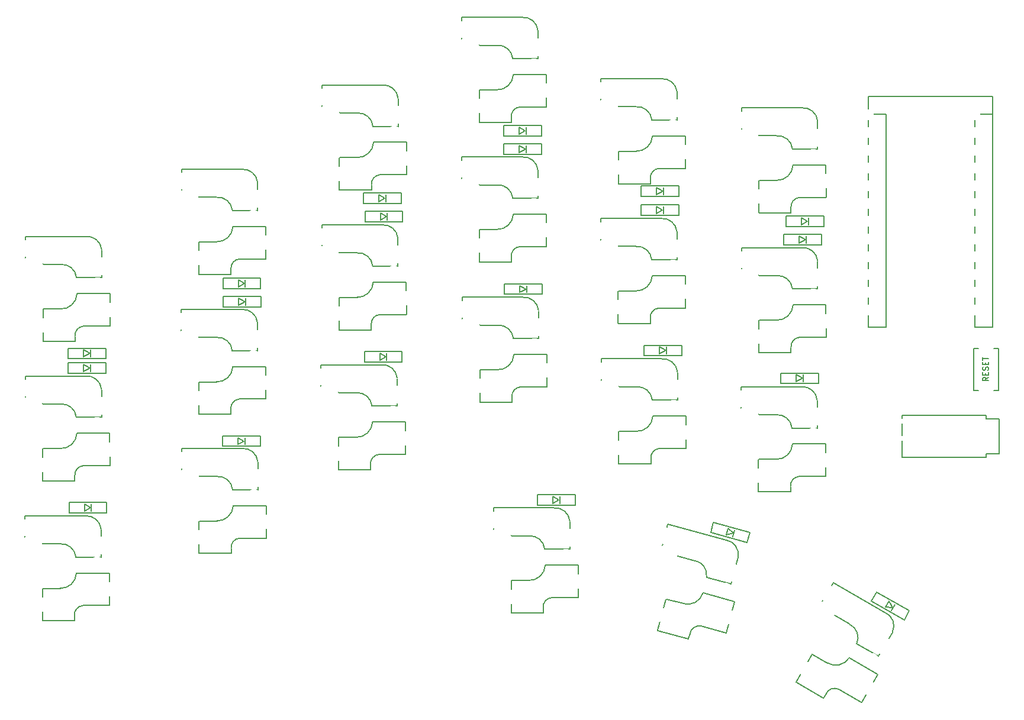
<source format=gbr>
%TF.GenerationSoftware,KiCad,Pcbnew,7.0.6*%
%TF.CreationDate,2023-08-21T12:13:53+07:00*%
%TF.ProjectId,GlupV1,476c7570-5631-42e6-9b69-6361645f7063,rev?*%
%TF.SameCoordinates,Original*%
%TF.FileFunction,Legend,Top*%
%TF.FilePolarity,Positive*%
%FSLAX46Y46*%
G04 Gerber Fmt 4.6, Leading zero omitted, Abs format (unit mm)*
G04 Created by KiCad (PCBNEW 7.0.6) date 2023-08-21 12:13:53*
%MOMM*%
%LPD*%
G01*
G04 APERTURE LIST*
G04 Aperture macros list*
%AMRotRect*
0 Rectangle, with rotation*
0 The origin of the aperture is its center*
0 $1 length*
0 $2 width*
0 $3 Rotation angle, in degrees counterclockwise*
0 Add horizontal line*
21,1,$1,$2,0,0,$3*%
G04 Aperture macros list end*
%ADD10C,0.150000*%
%ADD11R,1.397000X1.397000*%
%ADD12C,1.397000*%
%ADD13C,1.524000*%
%ADD14RotRect,1.397000X1.397000X345.000000*%
%ADD15RotRect,1.397000X1.397000X330.000000*%
%ADD16C,1.200000*%
%ADD17R,2.100000X0.800000*%
%ADD18C,1.900000*%
%ADD19C,1.700000*%
%ADD20C,3.000000*%
%ADD21C,0.100000*%
%ADD22C,4.000000*%
%ADD23R,0.700000X1.500000*%
%ADD24R,2.400000X2.400000*%
%ADD25R,2.000000X2.000000*%
%ADD26R,1.800000X2.000000*%
%ADD27R,2.500000X2.500000*%
%ADD28R,1.300000X0.950000*%
%ADD29C,2.000000*%
%ADD30RotRect,1.300000X0.950000X345.000000*%
%ADD31RotRect,1.300000X0.950000X330.000000*%
%ADD32RotRect,0.700000X1.500000X345.000000*%
%ADD33RotRect,2.400000X2.400000X165.000000*%
%ADD34RotRect,2.000000X2.000000X165.000000*%
%ADD35RotRect,1.800000X2.000000X165.000000*%
%ADD36RotRect,2.500000X2.500000X165.000000*%
%ADD37RotRect,0.700000X1.500000X330.000000*%
%ADD38RotRect,2.400000X2.400000X150.000000*%
%ADD39RotRect,2.000000X2.000000X150.000000*%
%ADD40RotRect,1.800000X2.000000X150.000000*%
%ADD41RotRect,2.500000X2.500000X150.000000*%
G04 APERTURE END LIST*
D10*
X187292295Y-82781904D02*
X186911342Y-83048571D01*
X187292295Y-83239047D02*
X186492295Y-83239047D01*
X186492295Y-83239047D02*
X186492295Y-82934285D01*
X186492295Y-82934285D02*
X186530390Y-82858095D01*
X186530390Y-82858095D02*
X186568485Y-82820000D01*
X186568485Y-82820000D02*
X186644676Y-82781904D01*
X186644676Y-82781904D02*
X186758961Y-82781904D01*
X186758961Y-82781904D02*
X186835152Y-82820000D01*
X186835152Y-82820000D02*
X186873247Y-82858095D01*
X186873247Y-82858095D02*
X186911342Y-82934285D01*
X186911342Y-82934285D02*
X186911342Y-83239047D01*
X186873247Y-82439047D02*
X186873247Y-82172381D01*
X187292295Y-82058095D02*
X187292295Y-82439047D01*
X187292295Y-82439047D02*
X186492295Y-82439047D01*
X186492295Y-82439047D02*
X186492295Y-82058095D01*
X187254200Y-81753333D02*
X187292295Y-81639047D01*
X187292295Y-81639047D02*
X187292295Y-81448571D01*
X187292295Y-81448571D02*
X187254200Y-81372380D01*
X187254200Y-81372380D02*
X187216104Y-81334285D01*
X187216104Y-81334285D02*
X187139914Y-81296190D01*
X187139914Y-81296190D02*
X187063723Y-81296190D01*
X187063723Y-81296190D02*
X186987533Y-81334285D01*
X186987533Y-81334285D02*
X186949438Y-81372380D01*
X186949438Y-81372380D02*
X186911342Y-81448571D01*
X186911342Y-81448571D02*
X186873247Y-81600952D01*
X186873247Y-81600952D02*
X186835152Y-81677142D01*
X186835152Y-81677142D02*
X186797057Y-81715237D01*
X186797057Y-81715237D02*
X186720866Y-81753333D01*
X186720866Y-81753333D02*
X186644676Y-81753333D01*
X186644676Y-81753333D02*
X186568485Y-81715237D01*
X186568485Y-81715237D02*
X186530390Y-81677142D01*
X186530390Y-81677142D02*
X186492295Y-81600952D01*
X186492295Y-81600952D02*
X186492295Y-81410475D01*
X186492295Y-81410475D02*
X186530390Y-81296190D01*
X186873247Y-80953332D02*
X186873247Y-80686666D01*
X187292295Y-80572380D02*
X187292295Y-80953332D01*
X187292295Y-80953332D02*
X186492295Y-80953332D01*
X186492295Y-80953332D02*
X186492295Y-80572380D01*
X186492295Y-80343808D02*
X186492295Y-79886665D01*
X187292295Y-80115237D02*
X186492295Y-80115237D01*
X64746667Y-117734819D02*
X64746667Y-116734819D01*
X64746667Y-116734819D02*
X65080000Y-117449104D01*
X65080000Y-117449104D02*
X65413333Y-116734819D01*
X65413333Y-116734819D02*
X65413333Y-117734819D01*
X65889524Y-117734819D02*
X65889524Y-116734819D01*
X65889524Y-117211009D02*
X66460952Y-117211009D01*
X66460952Y-117734819D02*
X66460952Y-116734819D01*
X67460952Y-117734819D02*
X66889524Y-117734819D01*
X67175238Y-117734819D02*
X67175238Y-116734819D01*
X67175238Y-116734819D02*
X67080000Y-116877676D01*
X67080000Y-116877676D02*
X66984762Y-116972914D01*
X66984762Y-116972914D02*
X66889524Y-117020533D01*
X64746667Y-47714819D02*
X64746667Y-46714819D01*
X64746667Y-46714819D02*
X65080000Y-47429104D01*
X65080000Y-47429104D02*
X65413333Y-46714819D01*
X65413333Y-46714819D02*
X65413333Y-47714819D01*
X65889524Y-47714819D02*
X65889524Y-46714819D01*
X65889524Y-47191009D02*
X66460952Y-47191009D01*
X66460952Y-47714819D02*
X66460952Y-46714819D01*
X66889524Y-46810057D02*
X66937143Y-46762438D01*
X66937143Y-46762438D02*
X67032381Y-46714819D01*
X67032381Y-46714819D02*
X67270476Y-46714819D01*
X67270476Y-46714819D02*
X67365714Y-46762438D01*
X67365714Y-46762438D02*
X67413333Y-46810057D01*
X67413333Y-46810057D02*
X67460952Y-46905295D01*
X67460952Y-46905295D02*
X67460952Y-47000533D01*
X67460952Y-47000533D02*
X67413333Y-47143390D01*
X67413333Y-47143390D02*
X66841905Y-47714819D01*
X66841905Y-47714819D02*
X67460952Y-47714819D01*
X106006667Y-115854819D02*
X106006667Y-114854819D01*
X106006667Y-114854819D02*
X106340000Y-115569104D01*
X106340000Y-115569104D02*
X106673333Y-114854819D01*
X106673333Y-114854819D02*
X106673333Y-115854819D01*
X107149524Y-115854819D02*
X107149524Y-114854819D01*
X107149524Y-115331009D02*
X107720952Y-115331009D01*
X107720952Y-115854819D02*
X107720952Y-114854819D01*
X108625714Y-115188152D02*
X108625714Y-115854819D01*
X108387619Y-114807200D02*
X108149524Y-115521485D01*
X108149524Y-115521485D02*
X108768571Y-115521485D01*
X147002667Y-40578819D02*
X147002667Y-39578819D01*
X147002667Y-39578819D02*
X147336000Y-40293104D01*
X147336000Y-40293104D02*
X147669333Y-39578819D01*
X147669333Y-39578819D02*
X147669333Y-40578819D01*
X148145524Y-40578819D02*
X148145524Y-39578819D01*
X148145524Y-40055009D02*
X148716952Y-40055009D01*
X148716952Y-40578819D02*
X148716952Y-39578819D01*
X149097905Y-39578819D02*
X149716952Y-39578819D01*
X149716952Y-39578819D02*
X149383619Y-39959771D01*
X149383619Y-39959771D02*
X149526476Y-39959771D01*
X149526476Y-39959771D02*
X149621714Y-40007390D01*
X149621714Y-40007390D02*
X149669333Y-40055009D01*
X149669333Y-40055009D02*
X149716952Y-40150247D01*
X149716952Y-40150247D02*
X149716952Y-40388342D01*
X149716952Y-40388342D02*
X149669333Y-40483580D01*
X149669333Y-40483580D02*
X149621714Y-40531200D01*
X149621714Y-40531200D02*
X149526476Y-40578819D01*
X149526476Y-40578819D02*
X149240762Y-40578819D01*
X149240762Y-40578819D02*
X149145524Y-40531200D01*
X149145524Y-40531200D02*
X149097905Y-40483580D01*
X164286667Y-103194819D02*
X164286667Y-102194819D01*
X164286667Y-102194819D02*
X164620000Y-102909104D01*
X164620000Y-102909104D02*
X164953333Y-102194819D01*
X164953333Y-102194819D02*
X164953333Y-103194819D01*
X165429524Y-103194819D02*
X165429524Y-102194819D01*
X165429524Y-102671009D02*
X166000952Y-102671009D01*
X166000952Y-103194819D02*
X166000952Y-102194819D01*
X166953333Y-102194819D02*
X166477143Y-102194819D01*
X166477143Y-102194819D02*
X166429524Y-102671009D01*
X166429524Y-102671009D02*
X166477143Y-102623390D01*
X166477143Y-102623390D02*
X166572381Y-102575771D01*
X166572381Y-102575771D02*
X166810476Y-102575771D01*
X166810476Y-102575771D02*
X166905714Y-102623390D01*
X166905714Y-102623390D02*
X166953333Y-102671009D01*
X166953333Y-102671009D02*
X167000952Y-102766247D01*
X167000952Y-102766247D02*
X167000952Y-103004342D01*
X167000952Y-103004342D02*
X166953333Y-103099580D01*
X166953333Y-103099580D02*
X166905714Y-103147200D01*
X166905714Y-103147200D02*
X166810476Y-103194819D01*
X166810476Y-103194819D02*
X166572381Y-103194819D01*
X166572381Y-103194819D02*
X166477143Y-103147200D01*
X166477143Y-103147200D02*
X166429524Y-103099580D01*
%TO.C,SW9*%
X91830000Y-80976000D02*
X100455000Y-80976000D01*
X91830000Y-84884000D02*
X91830000Y-80976000D01*
X91830000Y-84930000D02*
X96880000Y-84976000D01*
X94330001Y-91380000D02*
X94330001Y-95980000D01*
X94355000Y-91355000D02*
X96905000Y-91355000D01*
X94355000Y-96005000D02*
X98905000Y-96005000D01*
X98910000Y-95280000D02*
X98910000Y-95980000D01*
X99205000Y-89155000D02*
X103905000Y-89155000D01*
X100130000Y-93805000D02*
X103905000Y-93805000D01*
X102730000Y-82930000D02*
X102730000Y-86875000D01*
X102730000Y-86884000D02*
X99120000Y-86884000D01*
X103905000Y-89180000D02*
X103930000Y-93779999D01*
X99114999Y-86859999D02*
G75*
G03*
X96855000Y-84980001I-2069999J-190001D01*
G01*
X100130000Y-93809999D02*
G75*
G03*
X98909999Y-95229999I100000J-1320001D01*
G01*
X96830000Y-91349999D02*
G75*
G03*
X99199999Y-89180000I100000J2269999D01*
G01*
X102718999Y-82860000D02*
G75*
G03*
X100455000Y-80976001I-2073999J-190000D01*
G01*
%TO.C,SW13*%
X116535400Y-101462000D02*
X125160400Y-101462000D01*
X116535400Y-105370000D02*
X116535400Y-101462000D01*
X116535400Y-105416000D02*
X121585400Y-105462000D01*
X119035401Y-111866000D02*
X119035401Y-116466000D01*
X119060400Y-111841000D02*
X121610400Y-111841000D01*
X119060400Y-116491000D02*
X123610400Y-116491000D01*
X123615400Y-115766000D02*
X123615400Y-116466000D01*
X123910400Y-109641000D02*
X128610400Y-109641000D01*
X124835400Y-114291000D02*
X128610400Y-114291000D01*
X127435400Y-103416000D02*
X127435400Y-107361000D01*
X127435400Y-107370000D02*
X123825400Y-107370000D01*
X128610400Y-109666000D02*
X128635400Y-114265999D01*
X123820399Y-107345999D02*
G75*
G03*
X121560400Y-105466001I-2069999J-190001D01*
G01*
X124835400Y-114295999D02*
G75*
G03*
X123615399Y-115715999I100000J-1320001D01*
G01*
X121535400Y-111835999D02*
G75*
G03*
X123905399Y-109666000I100000J2269999D01*
G01*
X127424399Y-103346000D02*
G75*
G03*
X125160400Y-101462001I-2073999J-190000D01*
G01*
%TO.C,D14*%
X143050000Y-56884000D02*
X143050000Y-55384000D01*
X143050000Y-55384000D02*
X137650000Y-55384000D01*
X140850000Y-56634000D02*
X140850000Y-55634000D01*
X140750000Y-56134000D02*
X139850000Y-56634000D01*
X139850000Y-56634000D02*
X139850000Y-55634000D01*
X139850000Y-55634000D02*
X140750000Y-56134000D01*
X137650000Y-56884000D02*
X143050000Y-56884000D01*
X137650000Y-55384000D02*
X137650000Y-56884000D01*
%TO.C,RSW1*%
X188730000Y-78620000D02*
X188030000Y-78620000D01*
X185230000Y-78620000D02*
X185830000Y-78620000D01*
X185230000Y-78620000D02*
X185230000Y-84620000D01*
X188730000Y-84620000D02*
X188730000Y-78620000D01*
X188730000Y-84620000D02*
X188030000Y-84620000D01*
X185230000Y-84620000D02*
X185830000Y-84620000D01*
%TO.C,U1*%
X170128815Y-42565745D02*
X170128815Y-75585745D01*
X170128815Y-45105745D02*
X170128815Y-75585745D01*
X170128815Y-75585745D02*
X172668815Y-75585745D01*
X172668815Y-45105745D02*
X170128815Y-45105745D01*
X172668815Y-75585745D02*
X172668815Y-45105745D01*
X185368815Y-45105745D02*
X185368815Y-75585745D01*
X185368815Y-75585745D02*
X187908815Y-75585745D01*
X187908815Y-42565745D02*
X170128815Y-42565745D01*
X187908815Y-45105745D02*
X185368815Y-45105745D01*
X187908815Y-75585745D02*
X187908815Y-42565745D01*
X187908815Y-75585745D02*
X187908815Y-45105745D01*
%TO.C,D16*%
X143440000Y-79680000D02*
X143440000Y-78180000D01*
X143440000Y-78180000D02*
X138040000Y-78180000D01*
X141240000Y-79430000D02*
X141240000Y-78430000D01*
X141140000Y-78930000D02*
X140240000Y-79430000D01*
X140240000Y-79430000D02*
X140240000Y-78430000D01*
X140240000Y-78430000D02*
X141140000Y-78930000D01*
X138040000Y-79680000D02*
X143440000Y-79680000D01*
X138040000Y-78180000D02*
X138040000Y-79680000D01*
%TO.C,SW6*%
X71900000Y-92952000D02*
X80525000Y-92952000D01*
X71900000Y-96860000D02*
X71900000Y-92952000D01*
X71900000Y-96906000D02*
X76950000Y-96952000D01*
X74400001Y-103356000D02*
X74400001Y-107956000D01*
X74425000Y-103331000D02*
X76975000Y-103331000D01*
X74425000Y-107981000D02*
X78975000Y-107981000D01*
X78980000Y-107256000D02*
X78980000Y-107956000D01*
X79275000Y-101131000D02*
X83975000Y-101131000D01*
X80200000Y-105781000D02*
X83975000Y-105781000D01*
X82800000Y-94906000D02*
X82800000Y-98851000D01*
X82800000Y-98860000D02*
X79190000Y-98860000D01*
X83975000Y-101156000D02*
X84000000Y-105755999D01*
X79184999Y-98835999D02*
G75*
G03*
X76925000Y-96956001I-2069999J-190001D01*
G01*
X80200000Y-105785999D02*
G75*
G03*
X78979999Y-107205999I100000J-1320001D01*
G01*
X76900000Y-103325999D02*
G75*
G03*
X79269999Y-101156000I100000J2269999D01*
G01*
X82788999Y-94836000D02*
G75*
G03*
X80525000Y-92952001I-2073999J-190000D01*
G01*
%TO.C,SW5*%
X71850000Y-73052000D02*
X80475000Y-73052000D01*
X71850000Y-76960000D02*
X71850000Y-73052000D01*
X71850000Y-77006000D02*
X76900000Y-77052000D01*
X74350001Y-83456000D02*
X74350001Y-88056000D01*
X74375000Y-83431000D02*
X76925000Y-83431000D01*
X74375000Y-88081000D02*
X78925000Y-88081000D01*
X78930000Y-87356000D02*
X78930000Y-88056000D01*
X79225000Y-81231000D02*
X83925000Y-81231000D01*
X80150000Y-85881000D02*
X83925000Y-85881000D01*
X82750000Y-75006000D02*
X82750000Y-78951000D01*
X82750000Y-78960000D02*
X79140000Y-78960000D01*
X83925000Y-81256000D02*
X83950000Y-85855999D01*
X79134999Y-78935999D02*
G75*
G03*
X76875000Y-77056001I-2069999J-190001D01*
G01*
X80150000Y-85885999D02*
G75*
G03*
X78929999Y-87305999I100000J-1320001D01*
G01*
X76850000Y-83425999D02*
G75*
G03*
X79219999Y-81256000I100000J2269999D01*
G01*
X82738999Y-74936000D02*
G75*
G03*
X80475000Y-73052001I-2073999J-190000D01*
G01*
%TO.C,D11*%
X123360000Y-50860000D02*
X123360000Y-49360000D01*
X123360000Y-49360000D02*
X117960000Y-49360000D01*
X121160000Y-50610000D02*
X121160000Y-49610000D01*
X121060000Y-50110000D02*
X120160000Y-50610000D01*
X120160000Y-50610000D02*
X120160000Y-49610000D01*
X120160000Y-49610000D02*
X121060000Y-50110000D01*
X117960000Y-50860000D02*
X123360000Y-50860000D01*
X117960000Y-49360000D02*
X117960000Y-50860000D01*
%TO.C,SW4*%
X71870000Y-53002000D02*
X80495000Y-53002000D01*
X71870000Y-56910000D02*
X71870000Y-53002000D01*
X71870000Y-56956000D02*
X76920000Y-57002000D01*
X74370001Y-63406000D02*
X74370001Y-68006000D01*
X74395000Y-63381000D02*
X76945000Y-63381000D01*
X74395000Y-68031000D02*
X78945000Y-68031000D01*
X78950000Y-67306000D02*
X78950000Y-68006000D01*
X79245000Y-61181000D02*
X83945000Y-61181000D01*
X80170000Y-65831000D02*
X83945000Y-65831000D01*
X82770000Y-54956000D02*
X82770000Y-58901000D01*
X82770000Y-58910000D02*
X79160000Y-58910000D01*
X83945000Y-61206000D02*
X83970000Y-65805999D01*
X79154999Y-58885999D02*
G75*
G03*
X76895000Y-57006001I-2069999J-190001D01*
G01*
X80170000Y-65835999D02*
G75*
G03*
X78949999Y-67255999I100000J-1320001D01*
G01*
X76870000Y-63375999D02*
G75*
G03*
X79239999Y-61206000I100000J2269999D01*
G01*
X82758999Y-54886000D02*
G75*
G03*
X80495000Y-53002001I-2073999J-190000D01*
G01*
%TO.C,D20*%
X163005000Y-83660000D02*
X163005000Y-82160000D01*
X163005000Y-82160000D02*
X157605000Y-82160000D01*
X160805000Y-83410000D02*
X160805000Y-82410000D01*
X160705000Y-82910000D02*
X159805000Y-83410000D01*
X159805000Y-83410000D02*
X159805000Y-82410000D01*
X159805000Y-82410000D02*
X160705000Y-82910000D01*
X157605000Y-83660000D02*
X163005000Y-83660000D01*
X157605000Y-82160000D02*
X157605000Y-83660000D01*
%TO.C,D13*%
X128180000Y-101070000D02*
X128180000Y-99570000D01*
X128180000Y-99570000D02*
X122780000Y-99570000D01*
X125980000Y-100820000D02*
X125980000Y-99820000D01*
X125880000Y-100320000D02*
X124980000Y-100820000D01*
X124980000Y-100820000D02*
X124980000Y-99820000D01*
X124980000Y-99820000D02*
X125880000Y-100320000D01*
X122780000Y-101070000D02*
X128180000Y-101070000D01*
X122780000Y-99570000D02*
X122780000Y-101070000D01*
%TO.C,D7*%
X103284000Y-57900000D02*
X103284000Y-56400000D01*
X103284000Y-56400000D02*
X97884000Y-56400000D01*
X101084000Y-57650000D02*
X101084000Y-56650000D01*
X100984000Y-57150000D02*
X100084000Y-57650000D01*
X100084000Y-57650000D02*
X100084000Y-56650000D01*
X100084000Y-56650000D02*
X100984000Y-57150000D01*
X97884000Y-57900000D02*
X103284000Y-57900000D01*
X97884000Y-56400000D02*
X97884000Y-57900000D01*
%TO.C,D1*%
X61090000Y-80106000D02*
X61090000Y-78606000D01*
X61090000Y-78606000D02*
X55690000Y-78606000D01*
X58890000Y-79856000D02*
X58890000Y-78856000D01*
X58790000Y-79356000D02*
X57890000Y-79856000D01*
X57890000Y-79856000D02*
X57890000Y-78856000D01*
X57890000Y-78856000D02*
X58790000Y-79356000D01*
X55690000Y-80106000D02*
X61090000Y-80106000D01*
X55690000Y-78606000D02*
X55690000Y-80106000D01*
%TO.C,SW11*%
X111970000Y-51236000D02*
X120595000Y-51236000D01*
X111970000Y-55144000D02*
X111970000Y-51236000D01*
X111970000Y-55190000D02*
X117020000Y-55236000D01*
X114470001Y-61640000D02*
X114470001Y-66240000D01*
X114495000Y-61615000D02*
X117045000Y-61615000D01*
X114495000Y-66265000D02*
X119045000Y-66265000D01*
X119050000Y-65540000D02*
X119050000Y-66240000D01*
X119345000Y-59415000D02*
X124045000Y-59415000D01*
X120270000Y-64065000D02*
X124045000Y-64065000D01*
X122870000Y-53190000D02*
X122870000Y-57135000D01*
X122870000Y-57144000D02*
X119260000Y-57144000D01*
X124045000Y-59440000D02*
X124070000Y-64039999D01*
X119254999Y-57119999D02*
G75*
G03*
X116995000Y-55240001I-2069999J-190001D01*
G01*
X120270000Y-64069999D02*
G75*
G03*
X119049999Y-65489999I100000J-1320001D01*
G01*
X116970000Y-61609999D02*
G75*
G03*
X119339999Y-59440000I100000J2269999D01*
G01*
X122858999Y-53120000D02*
G75*
G03*
X120595000Y-51236001I-2073999J-190000D01*
G01*
%TO.C,SW3*%
X49480000Y-102602000D02*
X58105000Y-102602000D01*
X49480000Y-106510000D02*
X49480000Y-102602000D01*
X49480000Y-106556000D02*
X54530000Y-106602000D01*
X51980001Y-113006000D02*
X51980001Y-117606000D01*
X52005000Y-112981000D02*
X54555000Y-112981000D01*
X52005000Y-117631000D02*
X56555000Y-117631000D01*
X56560000Y-116906000D02*
X56560000Y-117606000D01*
X56855000Y-110781000D02*
X61555000Y-110781000D01*
X57780000Y-115431000D02*
X61555000Y-115431000D01*
X60380000Y-104556000D02*
X60380000Y-108501000D01*
X60380000Y-108510000D02*
X56770000Y-108510000D01*
X61555000Y-110806000D02*
X61580000Y-115405999D01*
X56764999Y-108485999D02*
G75*
G03*
X54505000Y-106606001I-2069999J-190001D01*
G01*
X57780000Y-115435999D02*
G75*
G03*
X56559999Y-116855999I100000J-1320001D01*
G01*
X54480000Y-112975999D02*
G75*
G03*
X56849999Y-110806000I100000J2269999D01*
G01*
X60368999Y-104486000D02*
G75*
G03*
X58105000Y-102602001I-2073999J-190000D01*
G01*
%TO.C,D17*%
X152805393Y-106404764D02*
X153193622Y-104955875D01*
X153193622Y-104955875D02*
X147977623Y-103558252D01*
X150745061Y-105593880D02*
X151003880Y-104627955D01*
X150777878Y-105085036D02*
X149779136Y-105335061D01*
X149779136Y-105335061D02*
X150037955Y-104369136D01*
X150037955Y-104369136D02*
X150777878Y-105085036D01*
X147589394Y-105007141D02*
X152805393Y-106404764D01*
X147977623Y-103558252D02*
X147589394Y-105007141D01*
%TO.C,SW20*%
X151910000Y-84126000D02*
X160535000Y-84126000D01*
X151910000Y-88034000D02*
X151910000Y-84126000D01*
X151910000Y-88080000D02*
X156960000Y-88126000D01*
X154410001Y-94530000D02*
X154410001Y-99130000D01*
X154435000Y-94505000D02*
X156985000Y-94505000D01*
X154435000Y-99155000D02*
X158985000Y-99155000D01*
X158990000Y-98430000D02*
X158990000Y-99130000D01*
X159285000Y-92305000D02*
X163985000Y-92305000D01*
X160210000Y-96955000D02*
X163985000Y-96955000D01*
X162810000Y-86080000D02*
X162810000Y-90025000D01*
X162810000Y-90034000D02*
X159200000Y-90034000D01*
X163985000Y-92330000D02*
X164010000Y-96929999D01*
X159194999Y-90009999D02*
G75*
G03*
X156935000Y-88130001I-2069999J-190001D01*
G01*
X160210000Y-96959999D02*
G75*
G03*
X158989999Y-98379999I100000J-1320001D01*
G01*
X156910000Y-94499999D02*
G75*
G03*
X159279999Y-92330000I100000J2269999D01*
G01*
X162798999Y-86010000D02*
G75*
G03*
X160535000Y-84126001I-2073999J-190000D01*
G01*
%TO.C,D9*%
X103445000Y-80560000D02*
X103445000Y-79060000D01*
X103445000Y-79060000D02*
X98045000Y-79060000D01*
X101245000Y-80310000D02*
X101245000Y-79310000D01*
X101145000Y-79810000D02*
X100245000Y-80310000D01*
X100245000Y-80310000D02*
X100245000Y-79310000D01*
X100245000Y-79310000D02*
X101145000Y-79810000D01*
X98045000Y-80560000D02*
X103445000Y-80560000D01*
X98045000Y-79060000D02*
X98045000Y-80560000D01*
%TO.C,D5*%
X83240000Y-72680000D02*
X83240000Y-71180000D01*
X83240000Y-71180000D02*
X77840000Y-71180000D01*
X81040000Y-72430000D02*
X81040000Y-71430000D01*
X80940000Y-71930000D02*
X80040000Y-72430000D01*
X80040000Y-72430000D02*
X80040000Y-71430000D01*
X80040000Y-71430000D02*
X80940000Y-71930000D01*
X77840000Y-72680000D02*
X83240000Y-72680000D01*
X77840000Y-71180000D02*
X77840000Y-72680000D01*
%TO.C,SW15*%
X131850000Y-60036000D02*
X140475000Y-60036000D01*
X131850000Y-63944000D02*
X131850000Y-60036000D01*
X131850000Y-63990000D02*
X136900000Y-64036000D01*
X134350001Y-70440000D02*
X134350001Y-75040000D01*
X134375000Y-70415000D02*
X136925000Y-70415000D01*
X134375000Y-75065000D02*
X138925000Y-75065000D01*
X138930000Y-74340000D02*
X138930000Y-75040000D01*
X139225000Y-68215000D02*
X143925000Y-68215000D01*
X140150000Y-72865000D02*
X143925000Y-72865000D01*
X142750000Y-61990000D02*
X142750000Y-65935000D01*
X142750000Y-65944000D02*
X139140000Y-65944000D01*
X143925000Y-68240000D02*
X143950000Y-72839999D01*
X139134999Y-65919999D02*
G75*
G03*
X136875000Y-64040001I-2069999J-190001D01*
G01*
X140150000Y-72869999D02*
G75*
G03*
X138929999Y-74289999I100000J-1320001D01*
G01*
X136850000Y-70409999D02*
G75*
G03*
X139219999Y-68240000I100000J2269999D01*
G01*
X142738999Y-61920000D02*
G75*
G03*
X140475000Y-60036001I-2073999J-190000D01*
G01*
%TO.C,SW8*%
X91940000Y-60956000D02*
X100565000Y-60956000D01*
X91940000Y-64864000D02*
X91940000Y-60956000D01*
X91940000Y-64910000D02*
X96990000Y-64956000D01*
X94440001Y-71360000D02*
X94440001Y-75960000D01*
X94465000Y-71335000D02*
X97015000Y-71335000D01*
X94465000Y-75985000D02*
X99015000Y-75985000D01*
X99020000Y-75260000D02*
X99020000Y-75960000D01*
X99315000Y-69135000D02*
X104015000Y-69135000D01*
X100240000Y-73785000D02*
X104015000Y-73785000D01*
X102840000Y-62910000D02*
X102840000Y-66855000D01*
X102840000Y-66864000D02*
X99230000Y-66864000D01*
X104015000Y-69160000D02*
X104040000Y-73759999D01*
X99224999Y-66839999D02*
G75*
G03*
X96965000Y-64960001I-2069999J-190001D01*
G01*
X100240000Y-73789999D02*
G75*
G03*
X99019999Y-75209999I100000J-1320001D01*
G01*
X96940000Y-71329999D02*
G75*
G03*
X99309999Y-69160000I100000J2269999D01*
G01*
X102828999Y-62840000D02*
G75*
G03*
X100565000Y-60956001I-2073999J-190000D01*
G01*
%TO.C,SW12*%
X112060000Y-71316000D02*
X120685000Y-71316000D01*
X112060000Y-75224000D02*
X112060000Y-71316000D01*
X112060000Y-75270000D02*
X117110000Y-75316000D01*
X114560001Y-81720000D02*
X114560001Y-86320000D01*
X114585000Y-81695000D02*
X117135000Y-81695000D01*
X114585000Y-86345000D02*
X119135000Y-86345000D01*
X119140000Y-85620000D02*
X119140000Y-86320000D01*
X119435000Y-79495000D02*
X124135000Y-79495000D01*
X120360000Y-84145000D02*
X124135000Y-84145000D01*
X122960000Y-73270000D02*
X122960000Y-77215000D01*
X122960000Y-77224000D02*
X119350000Y-77224000D01*
X124135000Y-79520000D02*
X124160000Y-84119999D01*
X119344999Y-77199999D02*
G75*
G03*
X117085000Y-75320001I-2069999J-190001D01*
G01*
X120360000Y-84149999D02*
G75*
G03*
X119139999Y-85569999I100000J-1320001D01*
G01*
X117060000Y-81689999D02*
G75*
G03*
X119429999Y-79520000I100000J2269999D01*
G01*
X122948999Y-73200000D02*
G75*
G03*
X120685000Y-71316001I-2073999J-190000D01*
G01*
%TO.C,D19*%
X163455000Y-63790000D02*
X163455000Y-62290000D01*
X163455000Y-62290000D02*
X158055000Y-62290000D01*
X161255000Y-63540000D02*
X161255000Y-62540000D01*
X161155000Y-63040000D02*
X160255000Y-63540000D01*
X160255000Y-63540000D02*
X160255000Y-62540000D01*
X160255000Y-62540000D02*
X161155000Y-63040000D01*
X158055000Y-63790000D02*
X163455000Y-63790000D01*
X158055000Y-62290000D02*
X158055000Y-63790000D01*
%TO.C,D21*%
X175246074Y-117492019D02*
X175996074Y-116192981D01*
X175996074Y-116192981D02*
X171319536Y-113492981D01*
X173465818Y-116175513D02*
X173965818Y-115309487D01*
X173629215Y-115692500D02*
X172599792Y-115675513D01*
X172599792Y-115675513D02*
X173099792Y-114809487D01*
X173099792Y-114809487D02*
X173629215Y-115692500D01*
X170569536Y-114792019D02*
X175246074Y-117492019D01*
X171319536Y-113492981D02*
X170569536Y-114792019D01*
%TO.C,D8*%
X103515000Y-60530000D02*
X103515000Y-59030000D01*
X103515000Y-59030000D02*
X98115000Y-59030000D01*
X101315000Y-60280000D02*
X101315000Y-59280000D01*
X101215000Y-59780000D02*
X100315000Y-60280000D01*
X100315000Y-60280000D02*
X100315000Y-59280000D01*
X100315000Y-59280000D02*
X101215000Y-59780000D01*
X98115000Y-60530000D02*
X103515000Y-60530000D01*
X98115000Y-59030000D02*
X98115000Y-60530000D01*
%TO.C,SW2*%
X49540000Y-82586000D02*
X58165000Y-82586000D01*
X49540000Y-86494000D02*
X49540000Y-82586000D01*
X49540000Y-86540000D02*
X54590000Y-86586000D01*
X52040001Y-92990000D02*
X52040001Y-97590000D01*
X52065000Y-92965000D02*
X54615000Y-92965000D01*
X52065000Y-97615000D02*
X56615000Y-97615000D01*
X56620000Y-96890000D02*
X56620000Y-97590000D01*
X56915000Y-90765000D02*
X61615000Y-90765000D01*
X57840000Y-95415000D02*
X61615000Y-95415000D01*
X60440000Y-84540000D02*
X60440000Y-88485000D01*
X60440000Y-88494000D02*
X56830000Y-88494000D01*
X61615000Y-90790000D02*
X61640000Y-95389999D01*
X56824999Y-88469999D02*
G75*
G03*
X54565000Y-86590001I-2069999J-190001D01*
G01*
X57840000Y-95419999D02*
G75*
G03*
X56619999Y-96839999I100000J-1320001D01*
G01*
X54540000Y-92959999D02*
G75*
G03*
X56909999Y-90790000I100000J2269999D01*
G01*
X60428999Y-84470000D02*
G75*
G03*
X58165000Y-82586001I-2073999J-190000D01*
G01*
%TO.C,D4*%
X83210000Y-70092000D02*
X83210000Y-68592000D01*
X83210000Y-68592000D02*
X77810000Y-68592000D01*
X81010000Y-69842000D02*
X81010000Y-68842000D01*
X80910000Y-69342000D02*
X80010000Y-69842000D01*
X80010000Y-69842000D02*
X80010000Y-68842000D01*
X80010000Y-68842000D02*
X80910000Y-69342000D01*
X77810000Y-70092000D02*
X83210000Y-70092000D01*
X77810000Y-68592000D02*
X77810000Y-70092000D01*
%TO.C,SW17*%
X141460761Y-103832209D02*
X149791871Y-106064524D01*
X140449296Y-107607047D02*
X141460761Y-103832209D01*
X140437390Y-107651480D02*
X145303410Y-109002949D01*
X141182823Y-114528749D02*
X139992255Y-118972008D01*
X141213441Y-114511072D02*
X143676552Y-115171060D01*
X140009932Y-119002627D02*
X144404895Y-120180253D01*
X144597368Y-119481251D02*
X144416195Y-120157399D01*
X146467583Y-113641307D02*
X151007434Y-114857757D01*
X146157556Y-118372270D02*
X149803926Y-119349312D01*
X151483620Y-108540756D02*
X150462579Y-112351333D01*
X150460249Y-112360027D02*
X146973257Y-111425690D01*
X151000964Y-114881905D02*
X149834545Y-119331633D01*
X146974639Y-111401213D02*
G75*
G03*
X145278227Y-109000343I-2048642J352229D01*
G01*
X146156262Y-118377099D02*
G75*
G03*
X144610309Y-119432954I-245049J-1300904D01*
G01*
X143605401Y-115146818D02*
G75*
G03*
X146456282Y-113664161I684112J2166769D01*
G01*
X151491111Y-108470294D02*
G75*
G03*
X149791871Y-106064524I-2052505J353265D01*
G01*
%TO.C,D10*%
X123350000Y-48248000D02*
X123350000Y-46748000D01*
X123350000Y-46748000D02*
X117950000Y-46748000D01*
X121150000Y-47998000D02*
X121150000Y-46998000D01*
X121050000Y-47498000D02*
X120150000Y-47998000D01*
X120150000Y-47998000D02*
X120150000Y-46998000D01*
X120150000Y-46998000D02*
X121050000Y-47498000D01*
X117950000Y-48248000D02*
X123350000Y-48248000D01*
X117950000Y-46748000D02*
X117950000Y-48248000D01*
%TO.C,SW19*%
X151980000Y-64216000D02*
X160605000Y-64216000D01*
X151980000Y-68124000D02*
X151980000Y-64216000D01*
X151980000Y-68170000D02*
X157030000Y-68216000D01*
X154480001Y-74620000D02*
X154480001Y-79220000D01*
X154505000Y-74595000D02*
X157055000Y-74595000D01*
X154505000Y-79245000D02*
X159055000Y-79245000D01*
X159060000Y-78520000D02*
X159060000Y-79220000D01*
X159355000Y-72395000D02*
X164055000Y-72395000D01*
X160280000Y-77045000D02*
X164055000Y-77045000D01*
X162880000Y-66170000D02*
X162880000Y-70115000D01*
X162880000Y-70124000D02*
X159270000Y-70124000D01*
X164055000Y-72420000D02*
X164080000Y-77019999D01*
X159264999Y-70099999D02*
G75*
G03*
X157005000Y-68220001I-2069999J-190001D01*
G01*
X160280000Y-77049999D02*
G75*
G03*
X159059999Y-78469999I100000J-1320001D01*
G01*
X156980000Y-74589999D02*
G75*
G03*
X159349999Y-72420000I100000J2269999D01*
G01*
X162868999Y-66100000D02*
G75*
G03*
X160605000Y-64216001I-2073999J-190000D01*
G01*
%TO.C,D12*%
X123485000Y-70890000D02*
X123485000Y-69390000D01*
X123485000Y-69390000D02*
X118085000Y-69390000D01*
X121285000Y-70640000D02*
X121285000Y-69640000D01*
X121185000Y-70140000D02*
X120285000Y-70640000D01*
X120285000Y-70640000D02*
X120285000Y-69640000D01*
X120285000Y-69640000D02*
X121185000Y-70140000D01*
X118085000Y-70890000D02*
X123485000Y-70890000D01*
X118085000Y-69390000D02*
X118085000Y-70890000D01*
%TO.C,J2*%
X186957500Y-88195000D02*
X186957500Y-88695000D01*
X174957500Y-88195000D02*
X186957500Y-88195000D01*
X188857500Y-88695000D02*
X188857500Y-93695000D01*
X186957500Y-88695000D02*
X188857500Y-88695000D01*
X186957500Y-93695000D02*
X188857500Y-93695000D01*
X186957500Y-94195000D02*
X186957500Y-93695000D01*
X186957500Y-94195000D02*
X174957500Y-94195000D01*
X174957500Y-94195000D02*
X174957500Y-88195000D01*
%TO.C,SW18*%
X151980000Y-44206000D02*
X160605000Y-44206000D01*
X151980000Y-48114000D02*
X151980000Y-44206000D01*
X151980000Y-48160000D02*
X157030000Y-48206000D01*
X154480001Y-54610000D02*
X154480001Y-59210000D01*
X154505000Y-54585000D02*
X157055000Y-54585000D01*
X154505000Y-59235000D02*
X159055000Y-59235000D01*
X159060000Y-58510000D02*
X159060000Y-59210000D01*
X159355000Y-52385000D02*
X164055000Y-52385000D01*
X160280000Y-57035000D02*
X164055000Y-57035000D01*
X162880000Y-46160000D02*
X162880000Y-50105000D01*
X162880000Y-50114000D02*
X159270000Y-50114000D01*
X164055000Y-52410000D02*
X164080000Y-57009999D01*
X159264999Y-50089999D02*
G75*
G03*
X157005000Y-48210001I-2069999J-190001D01*
G01*
X160280000Y-57039999D02*
G75*
G03*
X159059999Y-58459999I100000J-1320001D01*
G01*
X156980000Y-54579999D02*
G75*
G03*
X159349999Y-52410000I100000J2269999D01*
G01*
X162868999Y-46090000D02*
G75*
G03*
X160605000Y-44206001I-2073999J-190000D01*
G01*
%TO.C,SW10*%
X111970000Y-31256000D02*
X120595000Y-31256000D01*
X111970000Y-35164000D02*
X111970000Y-31256000D01*
X111970000Y-35210000D02*
X117020000Y-35256000D01*
X114470001Y-41660000D02*
X114470001Y-46260000D01*
X114495000Y-41635000D02*
X117045000Y-41635000D01*
X114495000Y-46285000D02*
X119045000Y-46285000D01*
X119050000Y-45560000D02*
X119050000Y-46260000D01*
X119345000Y-39435000D02*
X124045000Y-39435000D01*
X120270000Y-44085000D02*
X124045000Y-44085000D01*
X122870000Y-33210000D02*
X122870000Y-37155000D01*
X122870000Y-37164000D02*
X119260000Y-37164000D01*
X124045000Y-39460000D02*
X124070000Y-44059999D01*
X119254999Y-37139999D02*
G75*
G03*
X116995000Y-35260001I-2069999J-190001D01*
G01*
X120270000Y-44089999D02*
G75*
G03*
X119049999Y-45509999I100000J-1320001D01*
G01*
X116970000Y-41629999D02*
G75*
G03*
X119339999Y-39460000I100000J2269999D01*
G01*
X122858999Y-33140000D02*
G75*
G03*
X120595000Y-31256001I-2073999J-190000D01*
G01*
%TO.C,SW21*%
X165090178Y-112137963D02*
X172559647Y-116450463D01*
X163136178Y-115522390D02*
X165090178Y-112137963D01*
X163113178Y-115562228D02*
X167463606Y-118127065D01*
X162053242Y-122398092D02*
X159753242Y-126381809D01*
X162087392Y-122388941D02*
X164295757Y-123663941D01*
X159762392Y-126415959D02*
X163702808Y-128690959D01*
X164069638Y-128065591D02*
X163719638Y-128671808D01*
X167387615Y-122908685D02*
X171457935Y-125258685D01*
X165863689Y-127398203D02*
X169132935Y-129285703D01*
X173552855Y-119280177D02*
X171580355Y-122696647D01*
X171575855Y-122704441D02*
X168449503Y-120899441D01*
X171445435Y-125280336D02*
X169167086Y-129276552D01*
X168457172Y-120876155D02*
G75*
G03*
X167439956Y-118118030I-1887671J870454D01*
G01*
X165861189Y-127402534D02*
G75*
G03*
X164094639Y-128022288I-573398J-1193153D01*
G01*
X164233306Y-123622110D02*
G75*
G03*
X167370785Y-122927836I1221602J1915877D01*
G01*
X173578329Y-119214055D02*
G75*
G03*
X172559647Y-116450463I-1891137J872455D01*
G01*
%TO.C,D2*%
X61045000Y-82186000D02*
X61045000Y-80686000D01*
X61045000Y-80686000D02*
X55645000Y-80686000D01*
X58845000Y-81936000D02*
X58845000Y-80936000D01*
X58745000Y-81436000D02*
X57845000Y-81936000D01*
X57845000Y-81936000D02*
X57845000Y-80936000D01*
X57845000Y-80936000D02*
X58745000Y-81436000D01*
X55645000Y-82186000D02*
X61045000Y-82186000D01*
X55645000Y-80686000D02*
X55645000Y-82186000D01*
%TO.C,D18*%
X163739000Y-61202000D02*
X163739000Y-59702000D01*
X163739000Y-59702000D02*
X158339000Y-59702000D01*
X161539000Y-60952000D02*
X161539000Y-59952000D01*
X161439000Y-60452000D02*
X160539000Y-60952000D01*
X160539000Y-60952000D02*
X160539000Y-59952000D01*
X160539000Y-59952000D02*
X161439000Y-60452000D01*
X158339000Y-61202000D02*
X163739000Y-61202000D01*
X158339000Y-59702000D02*
X158339000Y-61202000D01*
%TO.C,SW14*%
X131870000Y-40046000D02*
X140495000Y-40046000D01*
X131870000Y-43954000D02*
X131870000Y-40046000D01*
X131870000Y-44000000D02*
X136920000Y-44046000D01*
X134370001Y-50450000D02*
X134370001Y-55050000D01*
X134395000Y-50425000D02*
X136945000Y-50425000D01*
X134395000Y-55075000D02*
X138945000Y-55075000D01*
X138950000Y-54350000D02*
X138950000Y-55050000D01*
X139245000Y-48225000D02*
X143945000Y-48225000D01*
X140170000Y-52875000D02*
X143945000Y-52875000D01*
X142770000Y-42000000D02*
X142770000Y-45945000D01*
X142770000Y-45954000D02*
X139160000Y-45954000D01*
X143945000Y-48250000D02*
X143970000Y-52849999D01*
X139154999Y-45929999D02*
G75*
G03*
X136895000Y-44050001I-2069999J-190001D01*
G01*
X140170000Y-52879999D02*
G75*
G03*
X138949999Y-54299999I100000J-1320001D01*
G01*
X136870000Y-50419999D02*
G75*
G03*
X139239999Y-48250000I100000J2269999D01*
G01*
X142758999Y-41930000D02*
G75*
G03*
X140495000Y-40046001I-2073999J-190000D01*
G01*
%TO.C,D3*%
X61195000Y-102156000D02*
X61195000Y-100656000D01*
X61195000Y-100656000D02*
X55795000Y-100656000D01*
X58995000Y-101906000D02*
X58995000Y-100906000D01*
X58895000Y-101406000D02*
X57995000Y-101906000D01*
X57995000Y-101906000D02*
X57995000Y-100906000D01*
X57995000Y-100906000D02*
X58895000Y-101406000D01*
X55795000Y-102156000D02*
X61195000Y-102156000D01*
X55795000Y-100656000D02*
X55795000Y-102156000D01*
%TO.C,D6*%
X83140000Y-92650000D02*
X83140000Y-91150000D01*
X83140000Y-91150000D02*
X77740000Y-91150000D01*
X80940000Y-92400000D02*
X80940000Y-91400000D01*
X80840000Y-91900000D02*
X79940000Y-92400000D01*
X79940000Y-92400000D02*
X79940000Y-91400000D01*
X79940000Y-91400000D02*
X80840000Y-91900000D01*
X77740000Y-92650000D02*
X83140000Y-92650000D01*
X77740000Y-91150000D02*
X77740000Y-92650000D01*
%TO.C,D15*%
X143000000Y-59590000D02*
X143000000Y-58090000D01*
X143000000Y-58090000D02*
X137600000Y-58090000D01*
X140800000Y-59340000D02*
X140800000Y-58340000D01*
X140700000Y-58840000D02*
X139800000Y-59340000D01*
X139800000Y-59340000D02*
X139800000Y-58340000D01*
X139800000Y-58340000D02*
X140700000Y-58840000D01*
X137600000Y-59590000D02*
X143000000Y-59590000D01*
X137600000Y-58090000D02*
X137600000Y-59590000D01*
%TO.C,SW16*%
X131930000Y-80126000D02*
X140555000Y-80126000D01*
X131930000Y-84034000D02*
X131930000Y-80126000D01*
X131930000Y-84080000D02*
X136980000Y-84126000D01*
X134430001Y-90530000D02*
X134430001Y-95130000D01*
X134455000Y-90505000D02*
X137005000Y-90505000D01*
X134455000Y-95155000D02*
X139005000Y-95155000D01*
X139010000Y-94430000D02*
X139010000Y-95130000D01*
X139305000Y-88305000D02*
X144005000Y-88305000D01*
X140230000Y-92955000D02*
X144005000Y-92955000D01*
X142830000Y-82080000D02*
X142830000Y-86025000D01*
X142830000Y-86034000D02*
X139220000Y-86034000D01*
X144005000Y-88330000D02*
X144030000Y-92929999D01*
X139214999Y-86009999D02*
G75*
G03*
X136955000Y-84130001I-2069999J-190001D01*
G01*
X140230000Y-92959999D02*
G75*
G03*
X139009999Y-94379999I100000J-1320001D01*
G01*
X136930000Y-90499999D02*
G75*
G03*
X139299999Y-88330000I100000J2269999D01*
G01*
X142818999Y-82010000D02*
G75*
G03*
X140555000Y-80126001I-2073999J-190000D01*
G01*
%TO.C,SW7*%
X91970000Y-40946000D02*
X100595000Y-40946000D01*
X91970000Y-44854000D02*
X91970000Y-40946000D01*
X91970000Y-44900000D02*
X97020000Y-44946000D01*
X94470001Y-51350000D02*
X94470001Y-55950000D01*
X94495000Y-51325000D02*
X97045000Y-51325000D01*
X94495000Y-55975000D02*
X99045000Y-55975000D01*
X99050000Y-55250000D02*
X99050000Y-55950000D01*
X99345000Y-49125000D02*
X104045000Y-49125000D01*
X100270000Y-53775000D02*
X104045000Y-53775000D01*
X102870000Y-42900000D02*
X102870000Y-46845000D01*
X102870000Y-46854000D02*
X99260000Y-46854000D01*
X104045000Y-49150000D02*
X104070000Y-53749999D01*
X99254999Y-46829999D02*
G75*
G03*
X96995000Y-44950001I-2069999J-190001D01*
G01*
X100270000Y-53779999D02*
G75*
G03*
X99049999Y-55199999I100000J-1320001D01*
G01*
X96970000Y-51319999D02*
G75*
G03*
X99339999Y-49150000I100000J2269999D01*
G01*
X102858999Y-42830000D02*
G75*
G03*
X100595000Y-40946001I-2073999J-190000D01*
G01*
%TO.C,SW1*%
X49568000Y-62613500D02*
X58193000Y-62613500D01*
X49568000Y-66521500D02*
X49568000Y-62613500D01*
X49568000Y-66567500D02*
X54618000Y-66613500D01*
X52068001Y-73017500D02*
X52068001Y-77617500D01*
X52093000Y-72992500D02*
X54643000Y-72992500D01*
X52093000Y-77642500D02*
X56643000Y-77642500D01*
X56648000Y-76917500D02*
X56648000Y-77617500D01*
X56943000Y-70792500D02*
X61643000Y-70792500D01*
X57868000Y-75442500D02*
X61643000Y-75442500D01*
X60468000Y-64567500D02*
X60468000Y-68512500D01*
X60468000Y-68521500D02*
X56858000Y-68521500D01*
X61643000Y-70817500D02*
X61668000Y-75417499D01*
X56852999Y-68497499D02*
G75*
G03*
X54593000Y-66617501I-2069999J-190001D01*
G01*
X57868000Y-75447499D02*
G75*
G03*
X56647999Y-76867499I100000J-1320001D01*
G01*
X54568000Y-72987499D02*
G75*
G03*
X56937999Y-70817500I100000J2269999D01*
G01*
X60456999Y-64497500D02*
G75*
G03*
X58193000Y-62613501I-2073999J-190000D01*
G01*
%TD*%
D11*
%TO.C,D14*%
X144160000Y-56134000D03*
D12*
X136540000Y-56134000D03*
%TD*%
D13*
%TO.C,U1*%
X170100000Y-45180000D03*
X170100000Y-47720000D03*
X170100000Y-50260000D03*
X170100000Y-52800000D03*
X170100000Y-55340000D03*
X170100000Y-57880000D03*
X170100000Y-60420000D03*
X170100000Y-62960000D03*
X170100000Y-65500000D03*
X170100000Y-68040000D03*
X170100000Y-70580000D03*
X170100000Y-73120000D03*
X185340000Y-73120000D03*
X185340000Y-70580000D03*
X185340000Y-68040000D03*
X185340000Y-65500000D03*
X185340000Y-62960000D03*
X185340000Y-60420000D03*
X185340000Y-57880000D03*
X185340000Y-55340000D03*
X185340000Y-52800000D03*
X185340000Y-50260000D03*
X185340000Y-47720000D03*
X185340000Y-45180000D03*
%TD*%
D11*
%TO.C,D16*%
X144550000Y-78930000D03*
D12*
X136930000Y-78930000D03*
%TD*%
D11*
%TO.C,D11*%
X124470000Y-50110000D03*
D12*
X116850000Y-50110000D03*
%TD*%
D11*
%TO.C,D20*%
X164115000Y-82910000D03*
D12*
X156495000Y-82910000D03*
%TD*%
D11*
%TO.C,D13*%
X129290000Y-100320000D03*
D12*
X121670000Y-100320000D03*
%TD*%
D11*
%TO.C,D7*%
X104394000Y-57150000D03*
D12*
X96774000Y-57150000D03*
%TD*%
D11*
%TO.C,D1*%
X62200000Y-79356000D03*
D12*
X54580000Y-79356000D03*
%TD*%
D14*
%TO.C,D17*%
X154071685Y-105967609D03*
D12*
X146711331Y-103995407D03*
%TD*%
D11*
%TO.C,D9*%
X104555000Y-79810000D03*
D12*
X96935000Y-79810000D03*
%TD*%
D11*
%TO.C,D5*%
X84350000Y-71930000D03*
D12*
X76730000Y-71930000D03*
%TD*%
D11*
%TO.C,D19*%
X164565000Y-63040000D03*
D12*
X156945000Y-63040000D03*
%TD*%
D15*
%TO.C,D21*%
X176582362Y-117397500D03*
D12*
X169983248Y-113587500D03*
%TD*%
D11*
%TO.C,D8*%
X104625000Y-59780000D03*
D12*
X97005000Y-59780000D03*
%TD*%
D11*
%TO.C,D4*%
X84320000Y-69342000D03*
D12*
X76700000Y-69342000D03*
%TD*%
D11*
%TO.C,D10*%
X124460000Y-47498000D03*
D12*
X116840000Y-47498000D03*
%TD*%
D11*
%TO.C,D12*%
X124595000Y-70140000D03*
D12*
X116975000Y-70140000D03*
%TD*%
D16*
%TO.C,J2*%
X185457500Y-89445000D03*
X178457500Y-89445000D03*
X185457500Y-91195000D03*
X178457500Y-91195000D03*
D17*
X175157500Y-89095000D03*
X175157500Y-91545000D03*
X183657500Y-87345000D03*
X183657500Y-93295000D03*
X180657500Y-87345000D03*
X180657500Y-93295000D03*
X176657500Y-87345000D03*
X176657500Y-93295000D03*
%TD*%
D11*
%TO.C,D2*%
X62155000Y-81436000D03*
D12*
X54535000Y-81436000D03*
%TD*%
D11*
%TO.C,D18*%
X164849000Y-60452000D03*
D12*
X157229000Y-60452000D03*
%TD*%
D11*
%TO.C,D3*%
X62305000Y-101406000D03*
D12*
X54685000Y-101406000D03*
%TD*%
D11*
%TO.C,D6*%
X84250000Y-91900000D03*
D12*
X76630000Y-91900000D03*
%TD*%
D11*
%TO.C,D15*%
X144110000Y-58840000D03*
D12*
X136490000Y-58840000D03*
%TD*%
%LPC*%
D18*
%TO.C,SW9*%
X91130000Y-87780000D03*
D19*
X91550000Y-87780000D03*
D20*
X91630000Y-91480000D03*
D21*
X92805000Y-85200000D03*
D20*
X92820000Y-85239999D03*
X94090000Y-82700000D03*
D22*
X96630000Y-87780000D03*
D20*
X96630000Y-93680000D03*
X99170000Y-82700000D03*
X100440000Y-85240000D03*
X100440000Y-85240000D03*
D21*
X100455000Y-85200000D03*
D20*
X101630000Y-91480000D03*
D19*
X101710000Y-87780000D03*
D18*
X102130000Y-87780000D03*
D23*
X89430000Y-82680000D03*
D24*
X90930000Y-82700000D03*
D25*
X104730000Y-91480000D03*
D26*
X93830000Y-93680000D03*
D27*
X103530000Y-85239999D03*
D23*
X105130000Y-85280000D03*
%TD*%
D18*
%TO.C,SW13*%
X115835400Y-108266000D03*
D19*
X116255400Y-108266000D03*
D20*
X116335400Y-111966000D03*
D21*
X117510400Y-105686000D03*
D20*
X117525400Y-105725999D03*
X118795400Y-103186000D03*
D22*
X121335400Y-108266000D03*
D20*
X121335400Y-114166000D03*
X123875400Y-103186000D03*
X125145400Y-105726000D03*
X125145400Y-105726000D03*
D21*
X125160400Y-105686000D03*
D20*
X126335400Y-111966000D03*
D19*
X126415400Y-108266000D03*
D18*
X126835400Y-108266000D03*
D23*
X114135400Y-103166000D03*
D24*
X115635400Y-103186000D03*
D25*
X129435400Y-111966000D03*
D26*
X118535400Y-114166000D03*
D27*
X128235400Y-105725999D03*
D23*
X129835400Y-105766000D03*
%TD*%
D11*
%TO.C,D14*%
X144160000Y-56134000D03*
D28*
X142125000Y-56134000D03*
X138575000Y-56134000D03*
D12*
X136540000Y-56134000D03*
%TD*%
D29*
%TO.C,RSW1*%
X186930000Y-78370000D03*
X186930000Y-84870000D03*
%TD*%
D13*
%TO.C,U1*%
X170100000Y-45180000D03*
X186638815Y-46375745D03*
X170100000Y-47720000D03*
X186638815Y-48915745D03*
X170100000Y-50260000D03*
X186638815Y-51455745D03*
X170100000Y-52800000D03*
X186638815Y-53995745D03*
X170100000Y-55340000D03*
X186638815Y-56535745D03*
X170100000Y-57880000D03*
X186638815Y-59075745D03*
X170100000Y-60420000D03*
X186638815Y-61615745D03*
X170100000Y-62960000D03*
X186638815Y-64155745D03*
X170100000Y-65500000D03*
X186638815Y-66695745D03*
X170100000Y-68040000D03*
X186638815Y-69235745D03*
X170100000Y-70580000D03*
X186638815Y-71775745D03*
X170100000Y-73120000D03*
X186638815Y-74315745D03*
X171398815Y-74315745D03*
X185340000Y-73120000D03*
X171398815Y-71775745D03*
X185340000Y-70580000D03*
X171398815Y-69235745D03*
X185340000Y-68040000D03*
X171398815Y-66695745D03*
X185340000Y-65500000D03*
X171398815Y-64155745D03*
X185340000Y-62960000D03*
X171398815Y-61615745D03*
X185340000Y-60420000D03*
X171398815Y-59075745D03*
X185340000Y-57880000D03*
X171398815Y-56535745D03*
X185340000Y-55340000D03*
X171398815Y-53995745D03*
X185340000Y-52800000D03*
X171398815Y-51455745D03*
X185340000Y-50260000D03*
X171398815Y-48915745D03*
X185340000Y-47720000D03*
X171398815Y-46375745D03*
X185340000Y-45180000D03*
%TD*%
D11*
%TO.C,D16*%
X144550000Y-78930000D03*
D28*
X142515000Y-78930000D03*
X138965000Y-78930000D03*
D12*
X136930000Y-78930000D03*
%TD*%
D22*
%TO.C,MH1*%
X66080000Y-116780000D03*
%TD*%
%TO.C,MH2*%
X66080000Y-46760000D03*
%TD*%
D18*
%TO.C,SW6*%
X71200000Y-99756000D03*
D19*
X71620000Y-99756000D03*
D20*
X71700000Y-103456000D03*
D21*
X72875000Y-97176000D03*
D20*
X72890000Y-97215999D03*
X74160000Y-94676000D03*
D22*
X76700000Y-99756000D03*
D20*
X76700000Y-105656000D03*
X79240000Y-94676000D03*
X80510000Y-97216000D03*
X80510000Y-97216000D03*
D21*
X80525000Y-97176000D03*
D20*
X81700000Y-103456000D03*
D19*
X81780000Y-99756000D03*
D18*
X82200000Y-99756000D03*
D23*
X69500000Y-94656000D03*
D24*
X71000000Y-94676000D03*
D25*
X84800000Y-103456000D03*
D26*
X73900000Y-105656000D03*
D27*
X83600000Y-97215999D03*
D23*
X85200000Y-97256000D03*
%TD*%
D18*
%TO.C,SW5*%
X71150000Y-79856000D03*
D19*
X71570000Y-79856000D03*
D20*
X71650000Y-83556000D03*
D21*
X72825000Y-77276000D03*
D20*
X72840000Y-77315999D03*
X74110000Y-74776000D03*
D22*
X76650000Y-79856000D03*
D20*
X76650000Y-85756000D03*
X79190000Y-74776000D03*
X80460000Y-77316000D03*
X80460000Y-77316000D03*
D21*
X80475000Y-77276000D03*
D20*
X81650000Y-83556000D03*
D19*
X81730000Y-79856000D03*
D18*
X82150000Y-79856000D03*
D23*
X69450000Y-74756000D03*
D24*
X70950000Y-74776000D03*
D25*
X84750000Y-83556000D03*
D26*
X73850000Y-85756000D03*
D27*
X83550000Y-77315999D03*
D23*
X85150000Y-77356000D03*
%TD*%
D11*
%TO.C,D11*%
X124470000Y-50110000D03*
D28*
X122435000Y-50110000D03*
X118885000Y-50110000D03*
D12*
X116850000Y-50110000D03*
%TD*%
D18*
%TO.C,SW4*%
X71170000Y-59806000D03*
D19*
X71590000Y-59806000D03*
D20*
X71670000Y-63506000D03*
D21*
X72845000Y-57226000D03*
D20*
X72860000Y-57265999D03*
X74130000Y-54726000D03*
D22*
X76670000Y-59806000D03*
D20*
X76670000Y-65706000D03*
X79210000Y-54726000D03*
X80480000Y-57266000D03*
X80480000Y-57266000D03*
D21*
X80495000Y-57226000D03*
D20*
X81670000Y-63506000D03*
D19*
X81750000Y-59806000D03*
D18*
X82170000Y-59806000D03*
D23*
X69470000Y-54706000D03*
D24*
X70970000Y-54726000D03*
D25*
X84770000Y-63506000D03*
D26*
X73870000Y-65706000D03*
D27*
X83570000Y-57265999D03*
D23*
X85170000Y-57306000D03*
%TD*%
D11*
%TO.C,D20*%
X164115000Y-82910000D03*
D28*
X162080000Y-82910000D03*
X158530000Y-82910000D03*
D12*
X156495000Y-82910000D03*
%TD*%
D11*
%TO.C,D13*%
X129290000Y-100320000D03*
D28*
X127255000Y-100320000D03*
X123705000Y-100320000D03*
D12*
X121670000Y-100320000D03*
%TD*%
D11*
%TO.C,D7*%
X104394000Y-57150000D03*
D28*
X102359000Y-57150000D03*
X98809000Y-57150000D03*
D12*
X96774000Y-57150000D03*
%TD*%
D11*
%TO.C,D1*%
X62200000Y-79356000D03*
D28*
X60165000Y-79356000D03*
X56615000Y-79356000D03*
D12*
X54580000Y-79356000D03*
%TD*%
D18*
%TO.C,SW11*%
X111270000Y-58040000D03*
D19*
X111690000Y-58040000D03*
D20*
X111770000Y-61740000D03*
D21*
X112945000Y-55460000D03*
D20*
X112960000Y-55499999D03*
X114230000Y-52960000D03*
D22*
X116770000Y-58040000D03*
D20*
X116770000Y-63940000D03*
X119310000Y-52960000D03*
X120580000Y-55500000D03*
X120580000Y-55500000D03*
D21*
X120595000Y-55460000D03*
D20*
X121770000Y-61740000D03*
D19*
X121850000Y-58040000D03*
D18*
X122270000Y-58040000D03*
D23*
X109570000Y-52940000D03*
D24*
X111070000Y-52960000D03*
D25*
X124870000Y-61740000D03*
D26*
X113970000Y-63940000D03*
D27*
X123670000Y-55499999D03*
D23*
X125270000Y-55540000D03*
%TD*%
D18*
%TO.C,SW3*%
X48780000Y-109406000D03*
D19*
X49200000Y-109406000D03*
D20*
X49280000Y-113106000D03*
D21*
X50455000Y-106826000D03*
D20*
X50470000Y-106865999D03*
X51740000Y-104326000D03*
D22*
X54280000Y-109406000D03*
D20*
X54280000Y-115306000D03*
X56820000Y-104326000D03*
X58090000Y-106866000D03*
X58090000Y-106866000D03*
D21*
X58105000Y-106826000D03*
D20*
X59280000Y-113106000D03*
D19*
X59360000Y-109406000D03*
D18*
X59780000Y-109406000D03*
D23*
X47080000Y-104306000D03*
D24*
X48580000Y-104326000D03*
D25*
X62380000Y-113106000D03*
D26*
X51480000Y-115306000D03*
D27*
X61180000Y-106865999D03*
D23*
X62780000Y-106906000D03*
%TD*%
D14*
%TO.C,D17*%
X154071685Y-105967609D03*
D30*
X152106026Y-105440912D03*
X148676990Y-104522104D03*
D12*
X146711331Y-103995407D03*
%TD*%
D22*
%TO.C,MH4*%
X107340000Y-114900000D03*
%TD*%
D18*
%TO.C,SW20*%
X151210000Y-90930000D03*
D19*
X151630000Y-90930000D03*
D20*
X151710000Y-94630000D03*
D21*
X152885000Y-88350000D03*
D20*
X152900000Y-88389999D03*
X154170000Y-85850000D03*
D22*
X156710000Y-90930000D03*
D20*
X156710000Y-96830000D03*
X159250000Y-85850000D03*
X160520000Y-88390000D03*
X160520000Y-88390000D03*
D21*
X160535000Y-88350000D03*
D20*
X161710000Y-94630000D03*
D19*
X161790000Y-90930000D03*
D18*
X162210000Y-90930000D03*
D23*
X149510000Y-85830000D03*
D24*
X151010000Y-85850000D03*
D25*
X164810000Y-94630000D03*
D26*
X153910000Y-96830000D03*
D27*
X163610000Y-88389999D03*
D23*
X165210000Y-88430000D03*
%TD*%
D11*
%TO.C,D9*%
X104555000Y-79810000D03*
D28*
X102520000Y-79810000D03*
X98970000Y-79810000D03*
D12*
X96935000Y-79810000D03*
%TD*%
D11*
%TO.C,D5*%
X84350000Y-71930000D03*
D28*
X82315000Y-71930000D03*
X78765000Y-71930000D03*
D12*
X76730000Y-71930000D03*
%TD*%
D18*
%TO.C,SW15*%
X131150000Y-66840000D03*
D19*
X131570000Y-66840000D03*
D20*
X131650000Y-70540000D03*
D21*
X132825000Y-64260000D03*
D20*
X132840000Y-64299999D03*
X134110000Y-61760000D03*
D22*
X136650000Y-66840000D03*
D20*
X136650000Y-72740000D03*
X139190000Y-61760000D03*
X140460000Y-64300000D03*
X140460000Y-64300000D03*
D21*
X140475000Y-64260000D03*
D20*
X141650000Y-70540000D03*
D19*
X141730000Y-66840000D03*
D18*
X142150000Y-66840000D03*
D23*
X129450000Y-61740000D03*
D24*
X130950000Y-61760000D03*
D25*
X144750000Y-70540000D03*
D26*
X133850000Y-72740000D03*
D27*
X143550000Y-64299999D03*
D23*
X145150000Y-64340000D03*
%TD*%
D18*
%TO.C,SW8*%
X91240000Y-67760000D03*
D19*
X91660000Y-67760000D03*
D20*
X91740000Y-71460000D03*
D21*
X92915000Y-65180000D03*
D20*
X92930000Y-65219999D03*
X94200000Y-62680000D03*
D22*
X96740000Y-67760000D03*
D20*
X96740000Y-73660000D03*
X99280000Y-62680000D03*
X100550000Y-65220000D03*
X100550000Y-65220000D03*
D21*
X100565000Y-65180000D03*
D20*
X101740000Y-71460000D03*
D19*
X101820000Y-67760000D03*
D18*
X102240000Y-67760000D03*
D23*
X89540000Y-62660000D03*
D24*
X91040000Y-62680000D03*
D25*
X104840000Y-71460000D03*
D26*
X93940000Y-73660000D03*
D27*
X103640000Y-65219999D03*
D23*
X105240000Y-65260000D03*
%TD*%
D18*
%TO.C,SW12*%
X111360000Y-78120000D03*
D19*
X111780000Y-78120000D03*
D20*
X111860000Y-81820000D03*
D21*
X113035000Y-75540000D03*
D20*
X113050000Y-75579999D03*
X114320000Y-73040000D03*
D22*
X116860000Y-78120000D03*
D20*
X116860000Y-84020000D03*
X119400000Y-73040000D03*
X120670000Y-75580000D03*
X120670000Y-75580000D03*
D21*
X120685000Y-75540000D03*
D20*
X121860000Y-81820000D03*
D19*
X121940000Y-78120000D03*
D18*
X122360000Y-78120000D03*
D23*
X109660000Y-73020000D03*
D24*
X111160000Y-73040000D03*
D25*
X124960000Y-81820000D03*
D26*
X114060000Y-84020000D03*
D27*
X123760000Y-75579999D03*
D23*
X125360000Y-75620000D03*
%TD*%
D11*
%TO.C,D19*%
X164565000Y-63040000D03*
D28*
X162530000Y-63040000D03*
X158980000Y-63040000D03*
D12*
X156945000Y-63040000D03*
%TD*%
D15*
%TO.C,D21*%
X176582362Y-117397500D03*
D31*
X174820000Y-116380000D03*
X171745610Y-114605000D03*
D12*
X169983248Y-113587500D03*
%TD*%
D11*
%TO.C,D8*%
X104625000Y-59780000D03*
D28*
X102590000Y-59780000D03*
X99040000Y-59780000D03*
D12*
X97005000Y-59780000D03*
%TD*%
D22*
%TO.C,MH3*%
X148336000Y-39624000D03*
%TD*%
D18*
%TO.C,SW2*%
X48840000Y-89390000D03*
D19*
X49260000Y-89390000D03*
D20*
X49340000Y-93090000D03*
D21*
X50515000Y-86810000D03*
D20*
X50530000Y-86849999D03*
X51800000Y-84310000D03*
D22*
X54340000Y-89390000D03*
D20*
X54340000Y-95290000D03*
X56880000Y-84310000D03*
X58150000Y-86850000D03*
X58150000Y-86850000D03*
D21*
X58165000Y-86810000D03*
D20*
X59340000Y-93090000D03*
D19*
X59420000Y-89390000D03*
D18*
X59840000Y-89390000D03*
D23*
X47140000Y-84290000D03*
D24*
X48640000Y-84310000D03*
D25*
X62440000Y-93090000D03*
D26*
X51540000Y-95290000D03*
D27*
X61240000Y-86849999D03*
D23*
X62840000Y-86890000D03*
%TD*%
D11*
%TO.C,D4*%
X84320000Y-69342000D03*
D28*
X82285000Y-69342000D03*
X78735000Y-69342000D03*
D12*
X76700000Y-69342000D03*
%TD*%
D22*
%TO.C,MH5*%
X165540000Y-102860000D03*
%TD*%
D18*
%TO.C,SW17*%
X139023608Y-110223195D03*
D19*
X139429297Y-110331899D03*
D20*
X138548940Y-113926530D03*
D21*
X141309287Y-108164629D03*
D20*
X141313423Y-108207147D03*
X143197549Y-106082396D03*
D22*
X144336200Y-111646700D03*
D20*
X142809168Y-117345662D03*
X148104452Y-107397197D03*
X148673778Y-110179349D03*
X148673778Y-110179349D03*
D21*
X148698619Y-110144594D03*
D20*
X148208199Y-116514721D03*
D19*
X149243103Y-112961501D03*
D18*
X149648792Y-113070205D03*
D32*
X138701511Y-104856981D03*
D33*
X140145224Y-105264528D03*
D34*
X151202569Y-117317060D03*
D35*
X140104575Y-116620969D03*
D36*
X151658489Y-110979099D03*
D32*
X153193617Y-111431847D03*
%TD*%
D11*
%TO.C,D10*%
X124460000Y-47498000D03*
D28*
X122425000Y-47498000D03*
X118875000Y-47498000D03*
D12*
X116840000Y-47498000D03*
%TD*%
D18*
%TO.C,SW19*%
X151280000Y-71020000D03*
D19*
X151700000Y-71020000D03*
D20*
X151780000Y-74720000D03*
D21*
X152955000Y-68440000D03*
D20*
X152970000Y-68479999D03*
X154240000Y-65940000D03*
D22*
X156780000Y-71020000D03*
D20*
X156780000Y-76920000D03*
X159320000Y-65940000D03*
X160590000Y-68480000D03*
X160590000Y-68480000D03*
D21*
X160605000Y-68440000D03*
D20*
X161780000Y-74720000D03*
D19*
X161860000Y-71020000D03*
D18*
X162280000Y-71020000D03*
D23*
X149580000Y-65920000D03*
D24*
X151080000Y-65940000D03*
D25*
X164880000Y-74720000D03*
D26*
X153980000Y-76920000D03*
D27*
X163680000Y-68479999D03*
D23*
X165280000Y-68520000D03*
%TD*%
D11*
%TO.C,D12*%
X124595000Y-70140000D03*
D28*
X122560000Y-70140000D03*
X119010000Y-70140000D03*
D12*
X116975000Y-70140000D03*
%TD*%
D16*
%TO.C,J2*%
X185457500Y-89445000D03*
X178457500Y-89445000D03*
X185457500Y-91195000D03*
X178457500Y-91195000D03*
D17*
X175157500Y-89095000D03*
X175157500Y-91545000D03*
X183657500Y-87345000D03*
X183657500Y-93295000D03*
X180657500Y-87345000D03*
X180657500Y-93295000D03*
X176657500Y-87345000D03*
X176657500Y-93295000D03*
%TD*%
D18*
%TO.C,SW18*%
X151280000Y-51010000D03*
D19*
X151700000Y-51010000D03*
D20*
X151780000Y-54710000D03*
D21*
X152955000Y-48430000D03*
D20*
X152970000Y-48469999D03*
X154240000Y-45930000D03*
D22*
X156780000Y-51010000D03*
D20*
X156780000Y-56910000D03*
X159320000Y-45930000D03*
X160590000Y-48470000D03*
X160590000Y-48470000D03*
D21*
X160605000Y-48430000D03*
D20*
X161780000Y-54710000D03*
D19*
X161860000Y-51010000D03*
D18*
X162280000Y-51010000D03*
D23*
X149580000Y-45910000D03*
D24*
X151080000Y-45930000D03*
D25*
X164880000Y-54710000D03*
D26*
X153980000Y-56910000D03*
D27*
X163680000Y-48469999D03*
D23*
X165280000Y-48510000D03*
%TD*%
D18*
%TO.C,SW10*%
X111270000Y-38060000D03*
D19*
X111690000Y-38060000D03*
D20*
X111770000Y-41760000D03*
D21*
X112945000Y-35480000D03*
D20*
X112960000Y-35519999D03*
X114230000Y-32980000D03*
D22*
X116770000Y-38060000D03*
D20*
X116770000Y-43960000D03*
X119310000Y-32980000D03*
X120580000Y-35520000D03*
X120580000Y-35520000D03*
D21*
X120595000Y-35480000D03*
D20*
X121770000Y-41760000D03*
D19*
X121850000Y-38060000D03*
D18*
X122270000Y-38060000D03*
D23*
X109570000Y-32960000D03*
D24*
X111070000Y-32980000D03*
D25*
X124870000Y-41760000D03*
D26*
X113970000Y-43960000D03*
D27*
X123670000Y-35519999D03*
D23*
X125270000Y-35560000D03*
%TD*%
D18*
%TO.C,SW21*%
X161081960Y-117680400D03*
D19*
X161445691Y-117890400D03*
D20*
X159664973Y-121134694D03*
D21*
X163822553Y-116283554D03*
D20*
X163815544Y-116325695D03*
X166185395Y-114760991D03*
D22*
X165845100Y-120430400D03*
D20*
X162895100Y-125539950D03*
X170584805Y-117300991D03*
X170414657Y-120135695D03*
X170414657Y-120135695D03*
D21*
X170447647Y-120108554D03*
D20*
X168325227Y-126134694D03*
D19*
X170244509Y-122970400D03*
D18*
X170608240Y-123180400D03*
D37*
X162159717Y-112413670D03*
D38*
X163448755Y-113180991D03*
D39*
X171009906Y-127684694D03*
D40*
X160470229Y-124139950D03*
D41*
X173090676Y-121680695D03*
D37*
X174456316Y-122515336D03*
%TD*%
D11*
%TO.C,D2*%
X62155000Y-81436000D03*
D28*
X60120000Y-81436000D03*
X56570000Y-81436000D03*
D12*
X54535000Y-81436000D03*
%TD*%
D11*
%TO.C,D18*%
X164849000Y-60452000D03*
D28*
X162814000Y-60452000D03*
X159264000Y-60452000D03*
D12*
X157229000Y-60452000D03*
%TD*%
D18*
%TO.C,SW14*%
X131170000Y-46850000D03*
D19*
X131590000Y-46850000D03*
D20*
X131670000Y-50550000D03*
D21*
X132845000Y-44270000D03*
D20*
X132860000Y-44309999D03*
X134130000Y-41770000D03*
D22*
X136670000Y-46850000D03*
D20*
X136670000Y-52750000D03*
X139210000Y-41770000D03*
X140480000Y-44310000D03*
X140480000Y-44310000D03*
D21*
X140495000Y-44270000D03*
D20*
X141670000Y-50550000D03*
D19*
X141750000Y-46850000D03*
D18*
X142170000Y-46850000D03*
D23*
X129470000Y-41750000D03*
D24*
X130970000Y-41770000D03*
D25*
X144770000Y-50550000D03*
D26*
X133870000Y-52750000D03*
D27*
X143570000Y-44309999D03*
D23*
X145170000Y-44350000D03*
%TD*%
D11*
%TO.C,D3*%
X62305000Y-101406000D03*
D28*
X60270000Y-101406000D03*
X56720000Y-101406000D03*
D12*
X54685000Y-101406000D03*
%TD*%
D11*
%TO.C,D6*%
X84250000Y-91900000D03*
D28*
X82215000Y-91900000D03*
X78665000Y-91900000D03*
D12*
X76630000Y-91900000D03*
%TD*%
D11*
%TO.C,D15*%
X144110000Y-58840000D03*
D28*
X142075000Y-58840000D03*
X138525000Y-58840000D03*
D12*
X136490000Y-58840000D03*
%TD*%
D18*
%TO.C,SW16*%
X131230000Y-86930000D03*
D19*
X131650000Y-86930000D03*
D20*
X131730000Y-90630000D03*
D21*
X132905000Y-84350000D03*
D20*
X132920000Y-84389999D03*
X134190000Y-81850000D03*
D22*
X136730000Y-86930000D03*
D20*
X136730000Y-92830000D03*
X139270000Y-81850000D03*
X140540000Y-84390000D03*
X140540000Y-84390000D03*
D21*
X140555000Y-84350000D03*
D20*
X141730000Y-90630000D03*
D19*
X141810000Y-86930000D03*
D18*
X142230000Y-86930000D03*
D23*
X129530000Y-81830000D03*
D24*
X131030000Y-81850000D03*
D25*
X144830000Y-90630000D03*
D26*
X133930000Y-92830000D03*
D27*
X143630000Y-84389999D03*
D23*
X145230000Y-84430000D03*
%TD*%
D18*
%TO.C,SW7*%
X91270000Y-47750000D03*
D19*
X91690000Y-47750000D03*
D20*
X91770000Y-51450000D03*
D21*
X92945000Y-45170000D03*
D20*
X92960000Y-45209999D03*
X94230000Y-42670000D03*
D22*
X96770000Y-47750000D03*
D20*
X96770000Y-53650000D03*
X99310000Y-42670000D03*
X100580000Y-45210000D03*
X100580000Y-45210000D03*
D21*
X100595000Y-45170000D03*
D20*
X101770000Y-51450000D03*
D19*
X101850000Y-47750000D03*
D18*
X102270000Y-47750000D03*
D23*
X89570000Y-42650000D03*
D24*
X91070000Y-42670000D03*
D25*
X104870000Y-51450000D03*
D26*
X93970000Y-53650000D03*
D27*
X103670000Y-45209999D03*
D23*
X105270000Y-45250000D03*
%TD*%
D18*
%TO.C,SW1*%
X48868000Y-69417500D03*
D19*
X49288000Y-69417500D03*
D20*
X49368000Y-73117500D03*
D21*
X50543000Y-66837500D03*
D20*
X50558000Y-66877499D03*
X51828000Y-64337500D03*
D22*
X54368000Y-69417500D03*
D20*
X54368000Y-75317500D03*
X56908000Y-64337500D03*
X58178000Y-66877500D03*
X58178000Y-66877500D03*
D21*
X58193000Y-66837500D03*
D20*
X59368000Y-73117500D03*
D19*
X59448000Y-69417500D03*
D18*
X59868000Y-69417500D03*
D23*
X47168000Y-64317500D03*
D24*
X48668000Y-64337500D03*
D25*
X62468000Y-73117500D03*
D26*
X51568000Y-75317500D03*
D27*
X61268000Y-66877499D03*
D23*
X62868000Y-66917500D03*
%TD*%
%LPD*%
M02*

</source>
